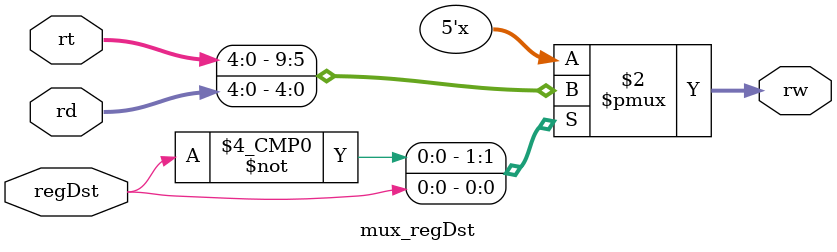
<source format=v>
module mux_regDst (
    rd,
    rt,
    regDst,
    rw
);
    input [4:0] rd, rt;
    input regDst;
    output reg [4:0] rw;

    always @(*) begin
        case (regDst)
            0:  rw = rt;
            1:  rw = rd; 
            default: rw = rt;
        endcase
    end

endmodule
</source>
